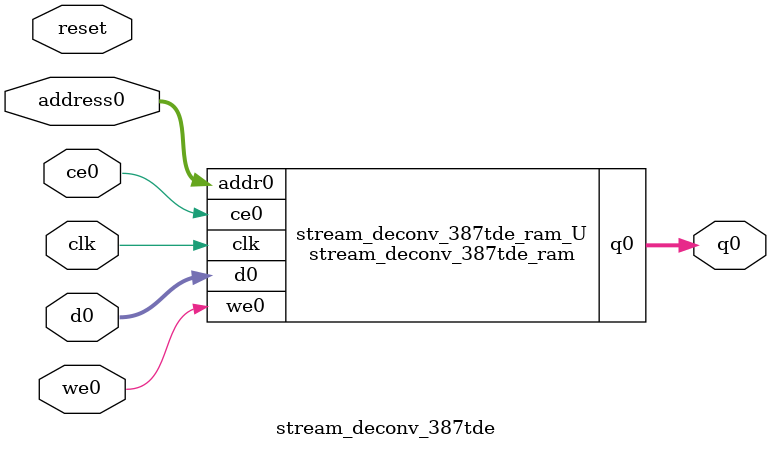
<source format=v>

`timescale 1 ns / 1 ps
module stream_deconv_387tde_ram (addr0, ce0, d0, we0, q0,  clk);

parameter DWIDTH = 18;
parameter AWIDTH = 10;
parameter MEM_SIZE = 900;

input[AWIDTH-1:0] addr0;
input ce0;
input[DWIDTH-1:0] d0;
input we0;
output reg[DWIDTH-1:0] q0;
input clk;

(* ram_style = "block" *)reg [DWIDTH-1:0] ram[0:MEM_SIZE-1];




always @(posedge clk)  
begin 
    if (ce0) 
    begin
        if (we0) 
        begin 
            ram[addr0] <= d0; 
            q0 <= d0;
        end 
        else 
            q0 <= ram[addr0];
    end
end


endmodule


`timescale 1 ns / 1 ps
module stream_deconv_387tde(
    reset,
    clk,
    address0,
    ce0,
    we0,
    d0,
    q0);

parameter DataWidth = 32'd18;
parameter AddressRange = 32'd900;
parameter AddressWidth = 32'd10;
input reset;
input clk;
input[AddressWidth - 1:0] address0;
input ce0;
input we0;
input[DataWidth - 1:0] d0;
output[DataWidth - 1:0] q0;



stream_deconv_387tde_ram stream_deconv_387tde_ram_U(
    .clk( clk ),
    .addr0( address0 ),
    .ce0( ce0 ),
    .d0( d0 ),
    .we0( we0 ),
    .q0( q0 ));

endmodule


</source>
